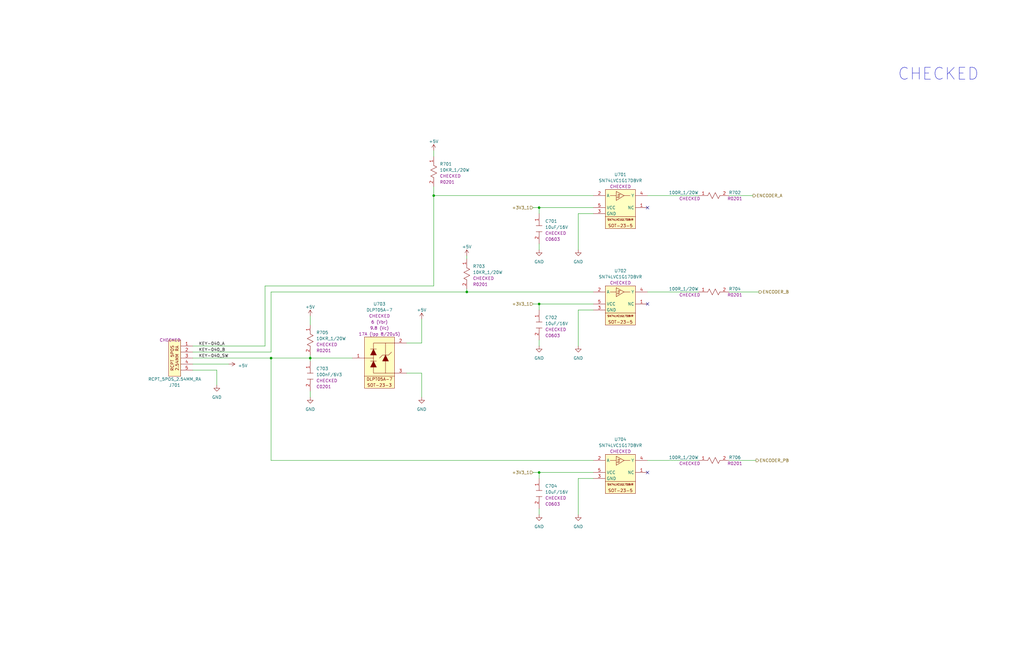
<source format=kicad_sch>
(kicad_sch (version 20230121) (generator eeschema)
  (paper "B")
  (title_block (title "Hot Plate") (date "09/15/2023") (rev "v1.0") (company "Mend0z0") (comment 1 "v1") (comment 3 "Siavash Taher Parvar") (comment 8 "N/A"))
  (lib_symbols
    (symbol "_SCHLIB_HotPlate:BUF_SN74LVC1G17DBVR_SOT-23-5"
      (property "Reference" "U" (at 2.54 3.81 0))
      (property "Value" "SN74LVC1G17DBVR" (at 2.54 6.35 0))
      (property "SCH CHECK" "CHECKED" (at 2.54 21.59 0))
      (symbol "BUF_SN74LVC1G17DBVR_SOT-23-5_0_0"
        (text "SN74LVC1G17DBVR" (at 6.35 -12.7 0) (effects (font (size 0.762 0.762))))
        (text "SOT-23-5" (at 6.35 -15.24 0) (effects (font (size 1.27 1.27))))
      )
      (symbol "BUF_SN74LVC1G17DBVR_SOT-23-5_0_1"
        (polyline (pts (xy 0 -11.43) (xy 12.7 -11.43)))
        (polyline (pts (xy 4.572 -2.54) (xy 2.032 -2.54)))
        (polyline (pts (xy 7.874 -2.54) (xy 10.414 -2.54)))
        (polyline (pts (xy 5.334 -3.302) (xy 5.842 -3.302) (xy 5.842 -2.032)))
        (polyline (pts (xy 4.572 -0.762) (xy 4.572 -4.572) (xy 7.874 -2.54) (xy 4.572 -0.762)))
        (polyline (pts (xy 6.35 -2.032) (xy 5.334 -2.032) (xy 5.334 -3.302) (xy 4.826 -3.302)))
        (rectangle (start 0 0) (end 12.7 -16.51) (fill (type background)))
      )
      (symbol "BUF_SN74LVC1G17DBVR_SOT-23-5_1_1"
        (pin passive line (at 17.78 -7.62 180) (length 5.08) (name "NC") (number "1"))
        (pin passive line (at -5.08 -2.54 0) (length 5.08) (name "A") (number "2"))
        (pin passive line (at -5.08 -10.16 0) (length 5.08) (name "GND") (number "3"))
        (pin passive line (at 17.78 -2.54 180) (length 5.08) (name "Y") (number "4"))
        (pin passive line (at -5.08 -7.62 0) (length 5.08) (name "VCC") (number "5"))
      )
    )
    (symbol "_SCHLIB_HotPlate:CAP_100nF/6V3_C0201"
      (property "Reference" "C" (at 2.54 5.08 0))
      (property "Value" "100nF{slash}6V3" (at 2.54 7.62 0))
      (property "SCH CHECK" "CHECKED" (at 2.54 22.86 0))
      (property "Package" "C0201" (at 2.54 25.4 0))
      (symbol "CAP_100nF/6V3_C0201_0_0"
        (polyline (pts (xy 5.08 1.27) (xy 5.08 -1.27)))
        (polyline (pts (xy 7.62 1.27) (xy 7.62 -1.27)))
      )
      (symbol "CAP_100nF/6V3_C0201_1_1"
        (pin passive line (at 0 0 0) (length 5.08) (name "") (number "1"))
        (pin passive line (at 12.7 0 180) (length 5.08) (name "") (number "2"))
      )
    )
    (symbol "_SCHLIB_HotPlate:CAP_10uF/16V-C0603"
      (property "Reference" "C" (at 2.54 3.81 0))
      (property "Value" "10uF{slash}16V" (at 2.54 6.35 0))
      (property "SCH CHECK" "CHECKED" (at 2.54 21.59 0))
      (property "Package" "C0603" (at 2.54 24.13 0))
      (symbol "CAP_10uF/16V-C0603_0_0"
        (polyline (pts (xy 5.08 1.27) (xy 5.08 -1.27)))
        (polyline (pts (xy 7.62 1.27) (xy 7.62 -1.27)))
      )
      (symbol "CAP_10uF/16V-C0603_1_1"
        (pin passive line (at 0 0 0) (length 5.08) (name "") (number "1"))
        (pin passive line (at 12.7 0 180) (length 5.08) (name "") (number "2"))
      )
    )
    (symbol "_SCHLIB_HotPlate:CONN_RCPT_5POS_2.54MM_RA"
      (property "Reference" "J" (at 2.54 2.54 0))
      (property "Value" "RCPT_5POS_2.54MM_RA" (at 2.54 5.08 0))
      (property "SCH CHECK" "CHECKED" (at 2.54 20.32 0))
      (symbol "CONN_RCPT_5POS_2.54MM_RA_0_1"
        (rectangle (start 0 0) (end 5.08 -15.24) (fill (type background)))
        (text "RCPT 5POS\n2.54MM RA" (at 2.54 -7.62 900) (effects (font (size 1.27 1.27))))
      )
      (symbol "CONN_RCPT_5POS_2.54MM_RA_1_1"
        (pin passive line (at -5.08 -2.54 0) (length 5.08) (name "") (number "1"))
        (pin passive line (at -5.08 -5.08 0) (length 5.08) (name "") (number "2"))
        (pin passive line (at -5.08 -7.62 0) (length 5.08) (name "") (number "3"))
        (pin passive line (at -5.08 -10.16 0) (length 5.08) (name "") (number "4"))
        (pin passive line (at -5.08 -12.7 0) (length 5.08) (name "") (number "5"))
      )
    )
    (symbol "_SCHLIB_HotPlate:RES_100R_1/20W-R0201"
      (property "Reference" "R" (at 2.54 3.81 0))
      (property "Value" "100R_1{slash}20W" (at 2.54 6.35 0))
      (property "SCH CHECK" "CHECKED" (at 2.54 21.59 0))
      (property "Package" "R0201" (at 2.54 24.13 0))
      (symbol "RES_100R_1/20W-R0201_0_0"
        (polyline (pts (xy 3.81 0) (xy 4.445 1.27) (xy 5.715 -1.27) (xy 6.985 1.27) (xy 8.255 -1.27) (xy 8.89 0)))
      )
      (symbol "RES_100R_1/20W-R0201_1_1"
        (pin passive line (at 0 0 0) (length 3.81) (name "") (number "1"))
        (pin passive line (at 12.7 0 180) (length 3.81) (name "") (number "2"))
      )
    )
    (symbol "_SCHLIB_HotPlate:RES_10KR_1/20W-R0201"
      (property "Reference" "R" (at 2.54 5.08 0))
      (property "Value" "10KR_1{slash}20W" (at 2.54 7.62 0))
      (property "SCH CHECK" "CHECKED" (at 2.54 22.86 0))
      (property "Package" "R0201" (at 2.54 25.4 0))
      (symbol "RES_10KR_1/20W-R0201_0_0"
        (polyline (pts (xy 3.81 0) (xy 4.445 1.27) (xy 5.715 -1.27) (xy 6.985 1.27) (xy 8.255 -1.27) (xy 8.89 0)))
      )
      (symbol "RES_10KR_1/20W-R0201_1_1"
        (pin passive line (at 0 0 0) (length 3.81) (name "") (number "1"))
        (pin passive line (at 12.7 0 180) (length 3.81) (name "") (number "2"))
      )
    )
    (symbol "_SCHLIB_HotPlate:TVS_DLPT05A-7_SOT_23"
      (property "Reference" "U" (at 2.54 3.81 0))
      (property "Value" "DLPT05A-7" (at 2.54 6.35 0))
      (property "SCH CHECK" "CHECKED" (at 2.54 21.59 0))
      (property "Vbr" "6 (Vbr)" (at 2.54 26.67 0))
      (property "Vc" "9.8 (Vc)" (at 2.54 29.21 0))
      (property "Ipp" "17A (Ipp 8/20uS)" (at 2.54 24.13 0))
      (symbol "TVS_DLPT05A-7_SOT_23_0_0"
        (text "DLPT05A-7" (at 6.35 -17.78 0) (effects (font (size 1.27 1.27))))
        (text "SOT-23-3" (at 6.35 -20.32 0) (effects (font (size 1.27 1.27))))
      )
      (symbol "TVS_DLPT05A-7_SOT_23_0_1"
        (polyline (pts (xy 0 -16.51) (xy 12.7 -16.51)))
        (polyline (pts (xy 7.62 -10.16) (xy 10.16 -10.16)))
        (polyline (pts (xy 8.89 -8.89) (xy 8.89 -10.16)))
        (polyline (pts (xy 8.89 -7.62) (xy 8.89 -8.89)))
        (polyline (pts (xy 10.16 -5.08) (xy 7.62 -5.08)))
        (polyline (pts (xy 12.7 -8.89) (xy 8.89 -8.89)))
        (polyline (pts (xy 0 -2.54) (xy 3.81 -2.54) (xy 3.81 -7.62)))
        (polyline (pts (xy 3.81 -10.16) (xy 3.81 -15.24) (xy 0 -15.24)))
        (polyline (pts (xy 8.89 -12.7) (xy 8.89 -15.24) (xy 3.81 -15.24)))
        (polyline (pts (xy 8.89 -5.08) (xy 8.89 -2.54) (xy 3.81 -2.54)))
        (polyline (pts (xy 2.54 -10.16) (xy 5.08 -10.16) (xy 3.81 -7.62) (xy 2.54 -10.16)) (fill (type outline)))
        (polyline (pts (xy 6.35 -8.89) (xy 5.08 -7.62) (xy 2.54 -7.62) (xy 1.27 -6.35)))
        (polyline (pts (xy 7.62 -12.7) (xy 10.16 -12.7) (xy 8.89 -10.16) (xy 7.62 -12.7)) (fill (type outline)))
        (polyline (pts (xy 7.62 -7.62) (xy 10.16 -7.62) (xy 8.89 -5.08) (xy 7.62 -7.62)) (fill (type outline)))
        (rectangle (start 0 0) (end 12.7 -21.59) (fill (type background)))
      )
      (symbol "TVS_DLPT05A-7_SOT_23_1_1"
        (pin passive line (at 17.78 -8.89 180) (length 5.08) (name "") (number "1"))
        (pin passive line (at -5.08 -2.54 0) (length 5.08) (name "") (number "2"))
        (pin passive line (at -5.08 -15.24 0) (length 5.08) (name "") (number "3"))
      )
    )
    (symbol "power:+5V" (power) (pin_names (offset 0))
      (property "Value" "+5V" (at 0 3.556 0))
      (symbol "+5V_0_1"
        (polyline (pts (xy -0.762 1.27) (xy 0 2.54)))
        (polyline (pts (xy 0 0) (xy 0 2.54)))
        (polyline (pts (xy 0 2.54) (xy 0.762 1.27)))
      )
      (symbol "+5V_1_1"
        (pin power_in line (at 0 0 90) (length 0) hide (name "+5V") (number "1"))
      )
    )
    (symbol "power:GND" (power) (pin_names (offset 0))
      (property "Value" "GND" (at 0 -3.81 0))
      (symbol "GND_0_1"
        (polyline (pts (xy 0 0) (xy 0 -1.27) (xy 1.27 -1.27) (xy 0 -2.54) (xy -1.27 -1.27) (xy 0 -1.27)))
      )
      (symbol "GND_1_1"
        (pin power_in line (at 0 0 270) (length 0) hide (name "GND") (number "1"))
      )
    )
  )
  (junction (at 196.85 123.19))
  (junction (at 227.33 128.27))
  (junction (at 114.3 151.13))
  (junction (at 227.33 87.63))
  (junction (at 182.88 82.55))
  (junction (at 227.33 199.39))
  (junction (at 130.81 151.13))
  (no_connect (at 273.05 199.39))
  (no_connect (at 273.05 87.63))
  (no_connect (at 273.05 128.27))
  (wire (pts (xy 227.33 87.63) (xy 250.19 87.63)))
  (wire (pts (xy 250.19 130.81) (xy 243.84 130.81)))
  (wire (pts (xy 196.85 123.19) (xy 250.19 123.19)))
  (wire (pts (xy 130.81 149.86) (xy 130.81 151.13)))
  (wire (pts (xy 91.44 156.21) (xy 91.44 162.56)))
  (wire (pts (xy 171.45 157.48) (xy 177.8 157.48)))
  (wire (pts (xy 96.52 153.67) (xy 81.28 153.67)))
  (wire (pts (xy 182.88 63.5) (xy 182.88 66.04)))
  (wire (pts (xy 114.3 194.31) (xy 250.19 194.31)))
  (wire (pts (xy 177.8 157.48) (xy 177.8 167.64)))
  (wire (pts (xy 130.81 151.13) (xy 130.81 152.4)))
  (wire (pts (xy 243.84 201.93) (xy 243.84 217.17)))
  (wire (pts (xy 130.81 165.1) (xy 130.81 167.64)))
  (wire (pts (xy 227.33 199.39) (xy 227.33 201.93)))
  (wire (pts (xy 273.05 194.31) (xy 294.64 194.31)))
  (wire (pts (xy 111.76 120.65) (xy 182.88 120.65)))
  (wire (pts (xy 307.34 194.31) (xy 318.77 194.31)))
  (wire (pts (xy 227.33 199.39) (xy 250.19 199.39)))
  (wire (pts (xy 243.84 90.17) (xy 243.84 105.41)))
  (wire (pts (xy 224.79 128.27) (xy 227.33 128.27)))
  (wire (pts (xy 114.3 148.59) (xy 114.3 123.19)))
  (wire (pts (xy 177.8 134.62) (xy 177.8 144.78)))
  (wire (pts (xy 307.34 82.55) (xy 317.5 82.55)))
  (wire (pts (xy 273.05 123.19) (xy 294.64 123.19)))
  (wire (pts (xy 81.28 146.05) (xy 111.76 146.05)))
  (wire (pts (xy 182.88 120.65) (xy 182.88 82.55)))
  (wire (pts (xy 227.33 105.41) (xy 227.33 102.87)))
  (wire (pts (xy 307.34 123.19) (xy 320.04 123.19)))
  (wire (pts (xy 114.3 151.13) (xy 114.3 194.31)))
  (wire (pts (xy 227.33 146.05) (xy 227.33 143.51)))
  (wire (pts (xy 224.79 199.39) (xy 227.33 199.39)))
  (wire (pts (xy 111.76 146.05) (xy 111.76 120.65)))
  (wire (pts (xy 177.8 144.78) (xy 171.45 144.78)))
  (wire (pts (xy 182.88 82.55) (xy 250.19 82.55)))
  (wire (pts (xy 182.88 78.74) (xy 182.88 82.55)))
  (wire (pts (xy 250.19 90.17) (xy 243.84 90.17)))
  (wire (pts (xy 243.84 130.81) (xy 243.84 146.05)))
  (wire (pts (xy 227.33 87.63) (xy 227.33 90.17)))
  (wire (pts (xy 130.81 151.13) (xy 148.59 151.13)))
  (wire (pts (xy 196.85 121.92) (xy 196.85 123.19)))
  (wire (pts (xy 81.28 148.59) (xy 114.3 148.59)))
  (wire (pts (xy 273.05 82.55) (xy 294.64 82.55)))
  (wire (pts (xy 81.28 151.13) (xy 114.3 151.13)))
  (wire (pts (xy 114.3 151.13) (xy 130.81 151.13)))
  (wire (pts (xy 114.3 123.19) (xy 196.85 123.19)))
  (wire (pts (xy 227.33 128.27) (xy 250.19 128.27)))
  (wire (pts (xy 250.19 201.93) (xy 243.84 201.93)))
  (wire (pts (xy 196.85 107.95) (xy 196.85 109.22)))
  (wire (pts (xy 224.79 87.63) (xy 227.33 87.63)))
  (wire (pts (xy 227.33 128.27) (xy 227.33 130.81)))
  (wire (pts (xy 130.81 133.35) (xy 130.81 137.16)))
  (wire (pts (xy 227.33 217.17) (xy 227.33 214.63)))
  (wire (pts (xy 81.28 156.21) (xy 91.44 156.21)))
  (text "CHECKED" (at 378.46 34.29 0) (effects (font (size 5 5)) (justify left bottom)))
  (label "KEY-040_B" (at 83.82 148.59 0))
  (label "KEY-040_A" (at 83.82 146.05 0))
  (label "KEY-040_SW" (at 83.82 151.13 0))
  (hierarchical_label "+3V3_1" (shape input) (at 224.79 87.63 180))
  (hierarchical_label "ENCODER_B" (shape output) (at 320.04 123.19 0))
  (hierarchical_label "+3V3_1" (shape input) (at 224.79 128.27 180))
  (hierarchical_label "ENCODER_A" (shape output) (at 317.5 82.55 0))
  (hierarchical_label "ENCODER_PB" (shape output) (at 318.77 194.31 0))
  (hierarchical_label "+3V3_1" (shape input) (at 224.79 199.39 180))
  (symbol (lib_id "_SCHLIB_HotPlate:RES_10KR_1/20W-R0201") (at 130.81 137.16 270) (unit 1)
    (property "Reference" "R705" (at 133.35 140.335 90) (effects (justify left)))
    (property "Value" "10KR_1/20W" (at 133.35 142.875 90) (effects (justify left)))
    (property "Footprint" "Resistor_SMD:R_0201_0603Metric" (effects hide))
    (property "Datasheet" "https://www.seielect.com/Catalog/SEI-RMCF_RMCP.pdf" (effects hide))
    (property "Description" "10 kOhms ±1% 0.05W, 1/20W Chip Resistor 0201 (0603 Metric) Thick Film" (effects hide))
    (property "Part Number" "RMCF0201FT10K0" (effects hide))
    (property "Link" "https://www.digikey.ca/en/products/detail/stackpole-electronics-inc/RMCF0201FT10K0/1714990" (effects hide))
    (property "SCH CHECK" "CHECKED" (at 133.35 145.415 90) (effects (justify left)))
    (property "Package" "R0201" (at 133.35 147.955 90) (effects (justify left)))
  )
  (symbol (lib_id "_SCHLIB_HotPlate:BUF_SN74LVC1G17DBVR_SOT-23-5") (at 255.27 191.77 0) (unit 1)
    (property "Reference" "U704" (at 261.62 185.42 0))
    (property "Value" "SN74LVC1G17DBVR" (at 261.62 187.96 0))
    (property "Footprint" "Package_TO_SOT_SMD:SOT-23-5" (effects hide))
    (property "Datasheet" "https://www.ti.com/general/docs/suppproductinfo.tsp?distId=10&gotoUrl=https%3A%2F%2Fwww.ti.com%2Flit%2Fgpn%2Fsn74lvc1g17" (effects hide))
    (property "Description" "Buffer, Non-Inverting 1 Element 1 Bit per Element Push-Pull Output SOT-23-5" (effects hide))
    (property "Part Number" "SN74LVC1G17DBVR" (effects hide))
    (property "Link" "https://www.digikey.ca/en/products/detail/texas-instruments/SN74LVC1G17DBVR/389051" (effects hide))
    (property "SCH CHECK" "CHECKED" (at 261.62 190.5 0))
  )
  (symbol (lib_id "_SCHLIB_HotPlate:BUF_SN74LVC1G17DBVR_SOT-23-5") (at 255.27 80.01 0) (unit 1)
    (property "Reference" "U701" (at 261.62 73.66 0))
    (property "Value" "SN74LVC1G17DBVR" (at 261.62 76.2 0))
    (property "Footprint" "Package_TO_SOT_SMD:SOT-23-5" (effects hide))
    (property "Datasheet" "https://www.ti.com/general/docs/suppproductinfo.tsp?distId=10&gotoUrl=https%3A%2F%2Fwww.ti.com%2Flit%2Fgpn%2Fsn74lvc1g17" (effects hide))
    (property "Description" "Buffer, Non-Inverting 1 Element 1 Bit per Element Push-Pull Output SOT-23-5" (effects hide))
    (property "Part Number" "SN74LVC1G17DBVR" (effects hide))
    (property "Link" "https://www.digikey.ca/en/products/detail/texas-instruments/SN74LVC1G17DBVR/389051" (effects hide))
    (property "SCH CHECK" "CHECKED" (at 261.62 78.74 0))
  )
  (symbol (lib_id "power:GND") (at 243.84 217.17 0) (unit 1)
    (property "Reference" "#PWR0714" (effects hide))
    (property "Value" "GND" (at 243.84 222.25 0))
  )
  (symbol (lib_id "_SCHLIB_HotPlate:CAP_100nF/6V3_C0201") (at 130.81 152.4 270) (unit 1)
    (property "Reference" "C703" (at 133.35 155.575 90) (effects (justify left)))
    (property "Value" "100nF/6V3" (at 133.35 158.115 90) (effects (justify left)))
    (property "Footprint" "Capacitor_SMD:C_0201_0603Metric" (effects hide))
    (property "Datasheet" "https://www.yageo.com/upload/media/product/productsearch/datasheet/mlcc/UPY-GPHC_X7R_6.3V-to-250V_22.pdf" (effects hide))
    (property "Description" "0.1 µF ±10% 6.3V Ceramic Capacitor X7R 0201 (0603 Metric)" (effects hide))
    (property "Part Number" "CC0201KRX7R5BB104" (effects hide))
    (property "Link" "https://www.digikey.ca/en/products/detail/yageo/CC0201KRX7R5BB104/12698853" (effects hide))
    (property "SCH CHECK" "CHECKED" (at 133.35 160.655 90) (effects (justify left)))
    (property "Package" "C0201" (at 133.35 163.195 90) (effects (justify left)))
  )
  (symbol (lib_id "power:GND") (at 91.44 162.56 0) (unit 1)
    (property "Reference" "#PWR0710" (effects hide))
    (property "Value" "GND" (at 91.44 167.64 0))
  )
  (symbol (lib_id "_SCHLIB_HotPlate:TVS_DLPT05A-7_SOT_23") (at 166.37 142.24 0) (mirror y) (unit 1)
    (property "Reference" "U703" (at 160.02 128.27 0))
    (property "Value" "DLPT05A-7" (at 160.02 130.81 0))
    (property "Footprint" "Package_TO_SOT_SMD:SOT-23" (effects hide))
    (property "Datasheet" "https://mm.digikey.com/Volume0/opasdata/d220001/medias/docus/4176/DLPT05A_Rev2-2_Nov2022.pdf" (effects hide))
    (property "Description" "9.8V Clamp 17A (8/20µs) Ipp Tvs Diode Surface Mount SOT-23-3" (effects hide))
    (property "Part Number" "DLPT05A-7" (effects hide))
    (property "Link" "https://www.digikey.ca/en/products/detail/diodes-incorporated/DLPT05A-7/17050612" (effects hide))
    (property "SCH CHECK" "CHECKED" (at 160.02 133.35 0))
    (property "Vbr" "6 (Vbr)" (at 160.02 135.89 0))
    (property "Vc" "9.8 (Vc)" (at 160.02 138.43 0))
    (property "Ipp" "17A (Ipp 8/20uS)" (at 160.02 140.97 0))
  )
  (symbol (lib_id "power:+5V") (at 130.81 133.35 0) (unit 1)
    (property "Reference" "#PWR0705" (effects hide))
    (property "Value" "+5V" (at 130.81 129.54 0))
  )
  (symbol (lib_id "_SCHLIB_HotPlate:RES_100R_1/20W-R0201") (at 294.64 194.31 0) (unit 1)
    (property "Reference" "R706" (at 309.88 193.04 0))
    (property "Value" "100R_1/20W" (at 288.29 193.04 0))
    (property "Footprint" "Resistor_SMD:R_0201_0603Metric" (effects hide))
    (property "Datasheet" "https://www.seielect.com/Catalog/SEI-RMCF_RMCP.pdf" (effects hide))
    (property "Description" "100 Ohms ±1% 0.05W, 1/20W Chip Resistor 0201 (0603 Metric) Thick Film" (effects hide))
    (property "Part Number" "RMCF0201FT100R" (effects hide))
    (property "Link" "https://www.digikey.ca/en/products/detail/stackpole-electronics-inc/RMCF0201FT100R/1714988" (effects hide))
    (property "SCH CHECK" "CHECKED" (at 290.83 195.58 0))
    (property "Package" "R0201" (at 309.88 195.58 0))
  )
  (symbol (lib_id "_SCHLIB_HotPlate:CAP_10uF/16V-C0603") (at 227.33 201.93 270) (unit 1)
    (property "Reference" "C704" (at 229.87 205.105 90) (effects (justify left)))
    (property "Value" "10uF/16V" (at 229.87 207.645 90) (effects (justify left)))
    (property "Footprint" "Capacitor_SMD:C_0603_1608Metric" (effects hide))
    (property "Datasheet" "https://search.murata.co.jp/Ceramy/image/img/A01X/G101/ENG/GRT188R61C106KE13-01.pdf" (effects hide))
    (property "Description" "10 µF ±10% 16V Ceramic Capacitor X5R 0603 (1608 Metric)" (effects hide))
    (property "Part Number" "GRT188R61C106KE13J" (effects hide))
    (property "Link" "https://www.digikey.ca/en/products/detail/murata-electronics/GRT188R61C106KE13J/13904802" (effects hide))
    (property "SCH CHECK" "CHECKED" (at 229.87 210.185 90) (effects (justify left)))
    (property "Package" "C0603" (at 229.87 212.725 90) (effects (justify left)))
  )
  (symbol (lib_id "_SCHLIB_HotPlate:RES_10KR_1/20W-R0201") (at 182.88 66.04 270) (unit 1)
    (property "Reference" "R701" (at 185.42 69.215 90) (effects (justify left)))
    (property "Value" "10KR_1/20W" (at 185.42 71.755 90) (effects (justify left)))
    (property "Footprint" "Resistor_SMD:R_0201_0603Metric" (effects hide))
    (property "Datasheet" "https://www.seielect.com/Catalog/SEI-RMCF_RMCP.pdf" (effects hide))
    (property "Description" "10 kOhms ±1% 0.05W, 1/20W Chip Resistor 0201 (0603 Metric) Thick Film" (effects hide))
    (property "Part Number" "RMCF0201FT10K0" (effects hide))
    (property "Link" "https://www.digikey.ca/en/products/detail/stackpole-electronics-inc/RMCF0201FT10K0/1714990" (effects hide))
    (property "SCH CHECK" "CHECKED" (at 185.42 74.295 90) (effects (justify left)))
    (property "Package" "R0201" (at 185.42 76.835 90) (effects (justify left)))
  )
  (symbol (lib_id "power:+5V") (at 177.8 134.62 0) (unit 1)
    (property "Reference" "#PWR0706" (effects hide))
    (property "Value" "+5V" (at 177.8 130.81 0))
  )
  (symbol (lib_id "power:GND") (at 227.33 105.41 0) (unit 1)
    (property "Reference" "#PWR0702" (effects hide))
    (property "Value" "GND" (at 227.33 110.49 0))
  )
  (symbol (lib_id "power:+5V") (at 96.52 153.67 270) (unit 1)
    (property "Reference" "#PWR0709" (effects hide))
    (property "Value" "+5V" (at 100.33 154.305 90) (effects (justify left)))
  )
  (symbol (lib_id "_SCHLIB_HotPlate:CAP_10uF/16V-C0603") (at 227.33 130.81 270) (unit 1)
    (property "Reference" "C702" (at 229.87 133.985 90) (effects (justify left)))
    (property "Value" "10uF/16V" (at 229.87 136.525 90) (effects (justify left)))
    (property "Footprint" "Capacitor_SMD:C_0603_1608Metric" (effects hide))
    (property "Datasheet" "https://search.murata.co.jp/Ceramy/image/img/A01X/G101/ENG/GRT188R61C106KE13-01.pdf" (effects hide))
    (property "Description" "10 µF ±10% 16V Ceramic Capacitor X5R 0603 (1608 Metric)" (effects hide))
    (property "Part Number" "GRT188R61C106KE13J" (effects hide))
    (property "Link" "https://www.digikey.ca/en/products/detail/murata-electronics/GRT188R61C106KE13J/13904802" (effects hide))
    (property "SCH CHECK" "CHECKED" (at 229.87 139.065 90) (effects (justify left)))
    (property "Package" "C0603" (at 229.87 141.605 90) (effects (justify left)))
  )
  (symbol (lib_id "_SCHLIB_HotPlate:CAP_10uF/16V-C0603") (at 227.33 90.17 270) (unit 1)
    (property "Reference" "C701" (at 229.87 93.345 90) (effects (justify left)))
    (property "Value" "10uF/16V" (at 229.87 95.885 90) (effects (justify left)))
    (property "Footprint" "Capacitor_SMD:C_0603_1608Metric" (effects hide))
    (property "Datasheet" "https://search.murata.co.jp/Ceramy/image/img/A01X/G101/ENG/GRT188R61C106KE13-01.pdf" (effects hide))
    (property "Description" "10 µF ±10% 16V Ceramic Capacitor X5R 0603 (1608 Metric)" (effects hide))
    (property "Part Number" "GRT188R61C106KE13J" (effects hide))
    (property "Link" "https://www.digikey.ca/en/products/detail/murata-electronics/GRT188R61C106KE13J/13904802" (effects hide))
    (property "SCH CHECK" "CHECKED" (at 229.87 98.425 90) (effects (justify left)))
    (property "Package" "C0603" (at 229.87 100.965 90) (effects (justify left)))
  )
  (symbol (lib_id "power:+5V") (at 196.85 107.95 0) (unit 1)
    (property "Reference" "#PWR0704" (effects hide))
    (property "Value" "+5V" (at 196.85 104.14 0))
  )
  (symbol (lib_id "_SCHLIB_HotPlate:RES_100R_1/20W-R0201") (at 294.64 123.19 0) (unit 1)
    (property "Reference" "R704" (at 309.88 121.92 0))
    (property "Value" "100R_1/20W" (at 288.29 121.92 0))
    (property "Footprint" "Resistor_SMD:R_0201_0603Metric" (effects hide))
    (property "Datasheet" "https://www.seielect.com/Catalog/SEI-RMCF_RMCP.pdf" (effects hide))
    (property "Description" "100 Ohms ±1% 0.05W, 1/20W Chip Resistor 0201 (0603 Metric) Thick Film" (effects hide))
    (property "Part Number" "RMCF0201FT100R" (effects hide))
    (property "Link" "https://www.digikey.ca/en/products/detail/stackpole-electronics-inc/RMCF0201FT100R/1714988" (effects hide))
    (property "SCH CHECK" "CHECKED" (at 290.83 124.46 0))
    (property "Package" "R0201" (at 309.88 124.46 0))
  )
  (symbol (lib_id "power:GND") (at 227.33 217.17 0) (unit 1)
    (property "Reference" "#PWR0713" (effects hide))
    (property "Value" "GND" (at 227.33 222.25 0))
  )
  (symbol (lib_id "power:GND") (at 243.84 105.41 0) (unit 1)
    (property "Reference" "#PWR0703" (effects hide))
    (property "Value" "GND" (at 243.84 110.49 0))
  )
  (symbol (lib_id "power:+5V") (at 182.88 63.5 0) (unit 1)
    (property "Reference" "#PWR0701" (effects hide))
    (property "Value" "+5V" (at 182.88 59.69 0))
  )
  (symbol (lib_id "_SCHLIB_HotPlate:CONN_RCPT_5POS_2.54MM_RA") (at 76.2 143.51 0) (mirror y) (unit 1)
    (property "Reference" "J701" (at 73.66 162.56 0))
    (property "Value" "RCPT_5POS_2.54MM_RA" (at 73.66 160.02 0))
    (property "Footprint" "Connector_PinSocket_2.54mm:PinSocket_1x05_P2.54mm_Horizontal" (effects hide))
    (property "Datasheet" "http://mm.digikey.com/Volume0/opasdata/d220001/medias/docus/937/Female_Headers.100_DS.pdf" (effects hide))
    (property "Description" "5 Position Header Connector 0.100\" (2.54mm) Through Hole, Right Angle Tin" (effects hide))
    (property "Part Number" "PPTC051LGBN-RC" (effects hide))
    (property "Link" "https://www.digikey.ca/en/products/detail/sullins-connector-solutions/PPTC051LGBN-RC/775899" (effects hide))
    (property "SCH CHECK" "CHECKED" (at 76.2 143.51 0) (effects (justify left)))
  )
  (symbol (lib_id "power:GND") (at 130.81 167.64 0) (unit 1)
    (property "Reference" "#PWR0711" (effects hide))
    (property "Value" "GND" (at 130.81 172.72 0))
  )
  (symbol (lib_id "power:GND") (at 227.33 146.05 0) (unit 1)
    (property "Reference" "#PWR0707" (effects hide))
    (property "Value" "GND" (at 227.33 151.13 0))
  )
  (symbol (lib_id "_SCHLIB_HotPlate:BUF_SN74LVC1G17DBVR_SOT-23-5") (at 255.27 120.65 0) (unit 1)
    (property "Reference" "U702" (at 261.62 114.3 0))
    (property "Value" "SN74LVC1G17DBVR" (at 261.62 116.84 0))
    (property "Footprint" "Package_TO_SOT_SMD:SOT-23-5" (effects hide))
    (property "Datasheet" "https://www.ti.com/general/docs/suppproductinfo.tsp?distId=10&gotoUrl=https%3A%2F%2Fwww.ti.com%2Flit%2Fgpn%2Fsn74lvc1g17" (effects hide))
    (property "Description" "Buffer, Non-Inverting 1 Element 1 Bit per Element Push-Pull Output SOT-23-5" (effects hide))
    (property "Part Number" "SN74LVC1G17DBVR" (effects hide))
    (property "Link" "https://www.digikey.ca/en/products/detail/texas-instruments/SN74LVC1G17DBVR/389051" (effects hide))
    (property "SCH CHECK" "CHECKED" (at 261.62 119.38 0))
  )
  (symbol (lib_id "_SCHLIB_HotPlate:RES_10KR_1/20W-R0201") (at 196.85 109.22 270) (unit 1)
    (property "Reference" "R703" (at 199.39 112.395 90) (effects (justify left)))
    (property "Value" "10KR_1/20W" (at 199.39 114.935 90) (effects (justify left)))
    (property "Footprint" "Resistor_SMD:R_0201_0603Metric" (effects hide))
    (property "Datasheet" "https://www.seielect.com/Catalog/SEI-RMCF_RMCP.pdf" (effects hide))
    (property "Description" "10 kOhms ±1% 0.05W, 1/20W Chip Resistor 0201 (0603 Metric) Thick Film" (effects hide))
    (property "Part Number" "RMCF0201FT10K0" (effects hide))
    (property "Link" "https://www.digikey.ca/en/products/detail/stackpole-electronics-inc/RMCF0201FT10K0/1714990" (effects hide))
    (property "SCH CHECK" "CHECKED" (at 199.39 117.475 90) (effects (justify left)))
    (property "Package" "R0201" (at 199.39 120.015 90) (effects (justify left)))
  )
  (symbol (lib_id "power:GND") (at 243.84 146.05 0) (unit 1)
    (property "Reference" "#PWR0708" (effects hide))
    (property "Value" "GND" (at 243.84 151.13 0))
  )
  (symbol (lib_id "_SCHLIB_HotPlate:RES_100R_1/20W-R0201") (at 294.64 82.55 0) (unit 1)
    (property "Reference" "R702" (at 309.88 81.28 0))
    (property "Value" "100R_1/20W" (at 288.29 81.28 0))
    (property "Footprint" "Resistor_SMD:R_0201_0603Metric" (effects hide))
    (property "Datasheet" "https://www.seielect.com/Catalog/SEI-RMCF_RMCP.pdf" (effects hide))
    (property "Description" "100 Ohms ±1% 0.05W, 1/20W Chip Resistor 0201 (0603 Metric) Thick Film" (effects hide))
    (property "Part Number" "RMCF0201FT100R" (effects hide))
    (property "Link" "https://www.digikey.ca/en/products/detail/stackpole-electronics-inc/RMCF0201FT100R/1714988" (effects hide))
    (property "SCH CHECK" "CHECKED" (at 290.83 83.82 0))
    (property "Package" "R0201" (at 309.88 83.82 0))
  )
  (symbol (lib_id "power:GND") (at 177.8 167.64 0) (unit 1)
    (property "Reference" "#PWR0712" (effects hide))
    (property "Value" "GND" (at 177.8 172.72 0))
  )
)
</source>
